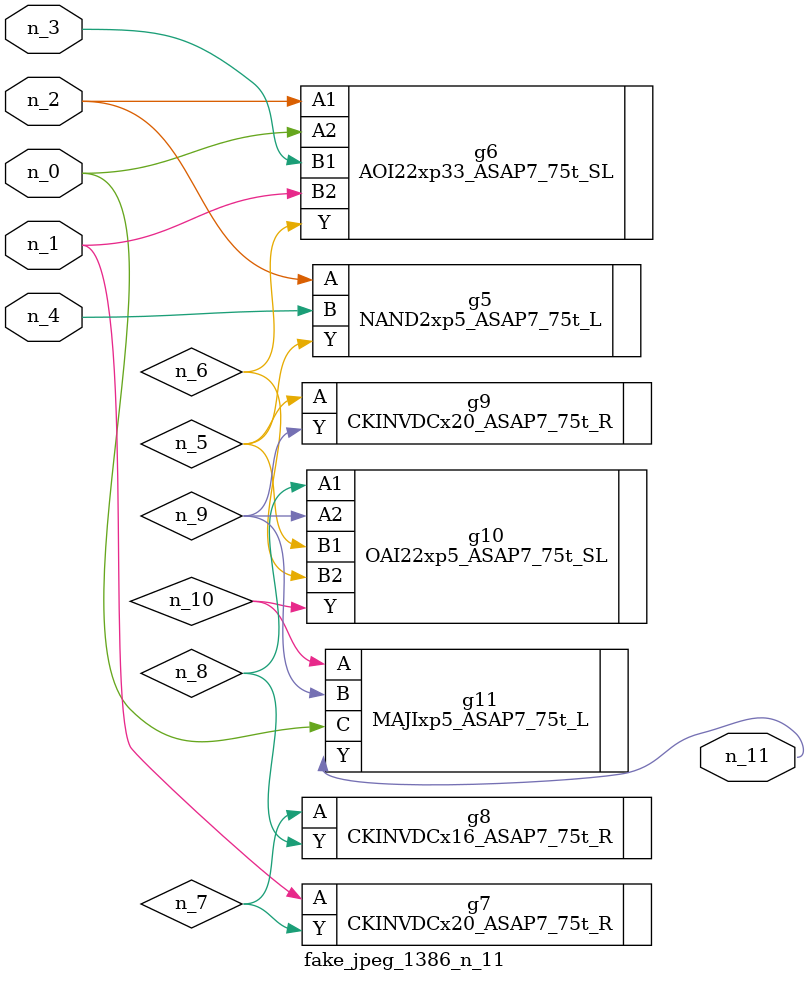
<source format=v>
module fake_jpeg_1386_n_11 (n_3, n_2, n_1, n_0, n_4, n_11);

input n_3;
input n_2;
input n_1;
input n_0;
input n_4;

output n_11;

wire n_10;
wire n_8;
wire n_9;
wire n_6;
wire n_5;
wire n_7;

NAND2xp5_ASAP7_75t_L g5 ( 
.A(n_2),
.B(n_4),
.Y(n_5)
);

AOI22xp33_ASAP7_75t_SL g6 ( 
.A1(n_2),
.A2(n_0),
.B1(n_3),
.B2(n_1),
.Y(n_6)
);

CKINVDCx20_ASAP7_75t_R g7 ( 
.A(n_1),
.Y(n_7)
);

CKINVDCx16_ASAP7_75t_R g8 ( 
.A(n_7),
.Y(n_8)
);

OAI22xp5_ASAP7_75t_SL g10 ( 
.A1(n_8),
.A2(n_9),
.B1(n_5),
.B2(n_6),
.Y(n_10)
);

CKINVDCx20_ASAP7_75t_R g9 ( 
.A(n_5),
.Y(n_9)
);

MAJIxp5_ASAP7_75t_L g11 ( 
.A(n_10),
.B(n_9),
.C(n_0),
.Y(n_11)
);


endmodule
</source>
